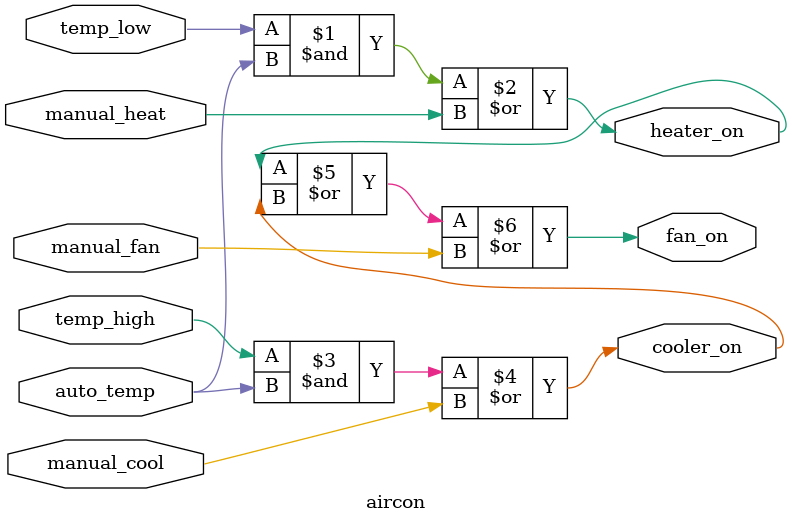
<source format=v>
`timescale 1ns / 1ps
module aircon(
    input temp_low,temp_high,auto_temp,
    input manual_heat,manual_cool, manual_fan,
    output heater_on,cooler_on,fan_on
    );
    assign heater_on = (temp_low & auto_temp) | manual_heat;
    assign cooler_on = (temp_high & auto_temp) | manual_cool;
    assign fan_on = heater_on | cooler_on | manual_fan; 
endmodule
</source>
